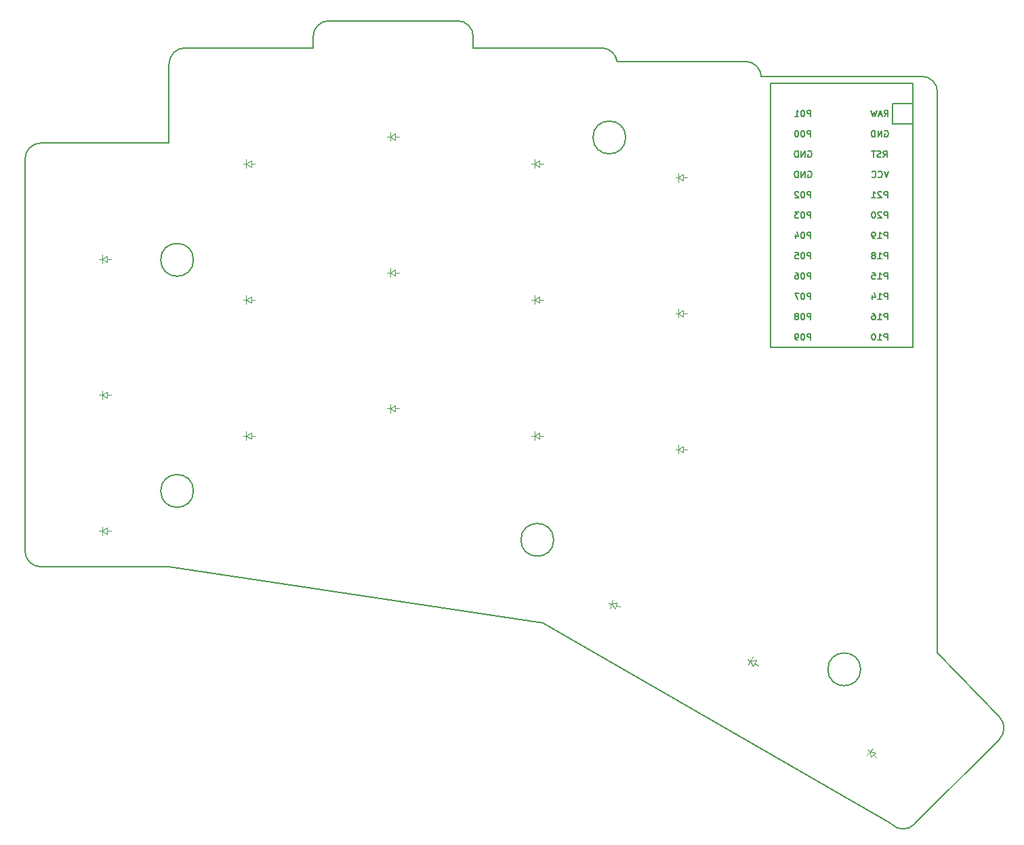
<source format=gbr>
G04 #@! TF.GenerationSoftware,KiCad,Pcbnew,5.1.5+dfsg1-2build2*
G04 #@! TF.CreationDate,2021-10-14T21:44:16+00:00*
G04 #@! TF.ProjectId,board,626f6172-642e-46b6-9963-61645f706362,VERSION_HERE*
G04 #@! TF.SameCoordinates,Original*
G04 #@! TF.FileFunction,Legend,Bot*
G04 #@! TF.FilePolarity,Positive*
%FSLAX46Y46*%
G04 Gerber Fmt 4.6, Leading zero omitted, Abs format (unit mm)*
G04 Created by KiCad (PCBNEW 5.1.5+dfsg1-2build2) date 2021-10-14 21:44:16*
%MOMM*%
%LPD*%
G04 APERTURE LIST*
G04 #@! TA.AperFunction,Profile*
%ADD10C,0.150000*%
G04 #@! TD*
%ADD11C,0.100000*%
%ADD12C,0.150000*%
G04 APERTURE END LIST*
D10*
X10000000Y-9500000D02*
X26000000Y-9500000D01*
X8000000Y-7500000D02*
X8000000Y41500000D01*
X10000000Y-9500000D02*
G75*
G02X8000000Y-7500000I0J2000000D01*
G01*
X26000000Y43500000D02*
X10000000Y43500000D01*
X8000000Y41500000D02*
G75*
G02X10000000Y43500000I2000000J0D01*
G01*
X44000000Y55400000D02*
X28000000Y55400000D01*
X26000000Y53400000D02*
G75*
G02X28000000Y55400000I2000000J0D01*
G01*
X26000000Y53400000D02*
X26000000Y43500000D01*
X64000000Y55400000D02*
X64000000Y56800000D01*
X62000000Y58800000D02*
G75*
G02X64000000Y56800000I0J-2000000D01*
G01*
X62000000Y58800000D02*
X46000000Y58800000D01*
X44000000Y56800000D02*
G75*
G02X46000000Y58800000I2000000J0D01*
G01*
X44000000Y56800000D02*
X44000000Y55400000D01*
X80000000Y55400000D02*
G75*
G02X81977391Y53699872I0J-2000000D01*
G01*
X80000000Y55400000D02*
X64000000Y55400000D01*
X98000000Y53700000D02*
G75*
G02X99994367Y51850000I0J-2000000D01*
G01*
X98000000Y53700000D02*
X82000000Y53700000D01*
X81977391Y53699872D02*
G75*
G02X82000000Y53700000I22609J-1999872D01*
G01*
X119117258Y-41686664D02*
G75*
G02X116288831Y-41686665I-1414214J1414213D01*
G01*
X119117258Y-41686665D02*
X129723860Y-31080063D01*
X129723859Y-28251636D02*
G75*
G02X129723860Y-31080063I-1414213J-1414214D01*
G01*
X122000000Y-20208734D02*
X129723860Y-28251636D01*
X116288831Y-41686665D02*
X72707107Y-16524745D01*
X72707107Y-16524745D02*
X26000000Y-9500000D01*
X122000000Y-20208734D02*
X122000000Y49850000D01*
X120000000Y51850000D02*
G75*
G02X122000000Y49850000I0J-2000000D01*
G01*
X120000000Y51850000D02*
X99994367Y51850000D01*
X29050000Y28900000D02*
G75*
G03X29050000Y28900000I-2050000J0D01*
G01*
X29050000Y0D02*
G75*
G03X29050000Y0I-2050000J0D01*
G01*
X83050000Y44200000D02*
G75*
G03X83050000Y44200000I-2050000J0D01*
G01*
X74050000Y-6120000D02*
G75*
G03X74050000Y-6120000I-2050000J0D01*
G01*
X112399134Y-22311939D02*
G75*
G03X112399134Y-22311939I-2050000J0D01*
G01*
D11*
G04 #@! TO.C,D1*
X18250000Y-5000000D02*
X18750000Y-5000000D01*
X18250000Y-5400000D02*
X17650000Y-5000000D01*
X18250000Y-4600000D02*
X18250000Y-5400000D01*
X17650000Y-5000000D02*
X18250000Y-4600000D01*
X17650000Y-5000000D02*
X17650000Y-5550000D01*
X17650000Y-5000000D02*
X17650000Y-4450000D01*
X17250000Y-5000000D02*
X17650000Y-5000000D01*
G04 #@! TO.C,D2*
X18250000Y12000000D02*
X18750000Y12000000D01*
X18250000Y11600000D02*
X17650000Y12000000D01*
X18250000Y12400000D02*
X18250000Y11600000D01*
X17650000Y12000000D02*
X18250000Y12400000D01*
X17650000Y12000000D02*
X17650000Y11450000D01*
X17650000Y12000000D02*
X17650000Y12550000D01*
X17250000Y12000000D02*
X17650000Y12000000D01*
G04 #@! TO.C,D3*
X18250000Y29000000D02*
X18750000Y29000000D01*
X18250000Y28600000D02*
X17650000Y29000000D01*
X18250000Y29400000D02*
X18250000Y28600000D01*
X17650000Y29000000D02*
X18250000Y29400000D01*
X17650000Y29000000D02*
X17650000Y28450000D01*
X17650000Y29000000D02*
X17650000Y29550000D01*
X17250000Y29000000D02*
X17650000Y29000000D01*
G04 #@! TO.C,D4*
X36250000Y6900000D02*
X36750000Y6900000D01*
X36250000Y6500000D02*
X35650000Y6900000D01*
X36250000Y7300000D02*
X36250000Y6500000D01*
X35650000Y6900000D02*
X36250000Y7300000D01*
X35650000Y6900000D02*
X35650000Y6350000D01*
X35650000Y6900000D02*
X35650000Y7450000D01*
X35250000Y6900000D02*
X35650000Y6900000D01*
G04 #@! TO.C,D5*
X36250000Y23900000D02*
X36750000Y23900000D01*
X36250000Y23500000D02*
X35650000Y23900000D01*
X36250000Y24300000D02*
X36250000Y23500000D01*
X35650000Y23900000D02*
X36250000Y24300000D01*
X35650000Y23900000D02*
X35650000Y23350000D01*
X35650000Y23900000D02*
X35650000Y24450000D01*
X35250000Y23900000D02*
X35650000Y23900000D01*
G04 #@! TO.C,D6*
X36250000Y40900000D02*
X36750000Y40900000D01*
X36250000Y40500000D02*
X35650000Y40900000D01*
X36250000Y41300000D02*
X36250000Y40500000D01*
X35650000Y40900000D02*
X36250000Y41300000D01*
X35650000Y40900000D02*
X35650000Y40350000D01*
X35650000Y40900000D02*
X35650000Y41450000D01*
X35250000Y40900000D02*
X35650000Y40900000D01*
G04 #@! TO.C,D7*
X54250000Y10300000D02*
X54750000Y10300000D01*
X54250000Y9900000D02*
X53650000Y10300000D01*
X54250000Y10700000D02*
X54250000Y9900000D01*
X53650000Y10300000D02*
X54250000Y10700000D01*
X53650000Y10300000D02*
X53650000Y9750000D01*
X53650000Y10300000D02*
X53650000Y10850000D01*
X53250000Y10300000D02*
X53650000Y10300000D01*
G04 #@! TO.C,D8*
X54250000Y27300000D02*
X54750000Y27300000D01*
X54250000Y26900000D02*
X53650000Y27300000D01*
X54250000Y27700000D02*
X54250000Y26900000D01*
X53650000Y27300000D02*
X54250000Y27700000D01*
X53650000Y27300000D02*
X53650000Y26750000D01*
X53650000Y27300000D02*
X53650000Y27850000D01*
X53250000Y27300000D02*
X53650000Y27300000D01*
G04 #@! TO.C,D9*
X54250000Y44300000D02*
X54750000Y44300000D01*
X54250000Y43900000D02*
X53650000Y44300000D01*
X54250000Y44700000D02*
X54250000Y43900000D01*
X53650000Y44300000D02*
X54250000Y44700000D01*
X53650000Y44300000D02*
X53650000Y43750000D01*
X53650000Y44300000D02*
X53650000Y44850000D01*
X53250000Y44300000D02*
X53650000Y44300000D01*
G04 #@! TO.C,D10*
X72250000Y6900000D02*
X72750000Y6900000D01*
X72250000Y6500000D02*
X71650000Y6900000D01*
X72250000Y7300000D02*
X72250000Y6500000D01*
X71650000Y6900000D02*
X72250000Y7300000D01*
X71650000Y6900000D02*
X71650000Y6350000D01*
X71650000Y6900000D02*
X71650000Y7450000D01*
X71250000Y6900000D02*
X71650000Y6900000D01*
G04 #@! TO.C,D11*
X72250000Y23900000D02*
X72750000Y23900000D01*
X72250000Y23500000D02*
X71650000Y23900000D01*
X72250000Y24300000D02*
X72250000Y23500000D01*
X71650000Y23900000D02*
X72250000Y24300000D01*
X71650000Y23900000D02*
X71650000Y23350000D01*
X71650000Y23900000D02*
X71650000Y24450000D01*
X71250000Y23900000D02*
X71650000Y23900000D01*
G04 #@! TO.C,D12*
X72250000Y40900000D02*
X72750000Y40900000D01*
X72250000Y40500000D02*
X71650000Y40900000D01*
X72250000Y41300000D02*
X72250000Y40500000D01*
X71650000Y40900000D02*
X72250000Y41300000D01*
X71650000Y40900000D02*
X71650000Y40350000D01*
X71650000Y40900000D02*
X71650000Y41450000D01*
X71250000Y40900000D02*
X71650000Y40900000D01*
G04 #@! TO.C,D13*
X90250000Y5200000D02*
X90750000Y5200000D01*
X90250000Y4800000D02*
X89650000Y5200000D01*
X90250000Y5600000D02*
X90250000Y4800000D01*
X89650000Y5200000D02*
X90250000Y5600000D01*
X89650000Y5200000D02*
X89650000Y4650000D01*
X89650000Y5200000D02*
X89650000Y5750000D01*
X89250000Y5200000D02*
X89650000Y5200000D01*
G04 #@! TO.C,D14*
X90250000Y22200000D02*
X90750000Y22200000D01*
X90250000Y21800000D02*
X89650000Y22200000D01*
X90250000Y22600000D02*
X90250000Y21800000D01*
X89650000Y22200000D02*
X90250000Y22600000D01*
X89650000Y22200000D02*
X89650000Y21650000D01*
X89650000Y22200000D02*
X89650000Y22750000D01*
X89250000Y22200000D02*
X89650000Y22200000D01*
G04 #@! TO.C,D15*
X90250000Y39200000D02*
X90750000Y39200000D01*
X90250000Y38800000D02*
X89650000Y39200000D01*
X90250000Y39600000D02*
X90250000Y38800000D01*
X89650000Y39200000D02*
X90250000Y39600000D01*
X89650000Y39200000D02*
X89650000Y38650000D01*
X89650000Y39200000D02*
X89650000Y39750000D01*
X89250000Y39200000D02*
X89650000Y39200000D01*
G04 #@! TO.C,D16*
X81840681Y-14313305D02*
X82323644Y-14442714D01*
X81737154Y-14699675D02*
X81261126Y-14158013D01*
X81944209Y-13926934D02*
X81737154Y-14699675D01*
X81261126Y-14158013D02*
X81944209Y-13926934D01*
X81261126Y-14158013D02*
X81118775Y-14689273D01*
X81261126Y-14158013D02*
X81403476Y-13626754D01*
X80874756Y-14054486D02*
X81261126Y-14158013D01*
G04 #@! TO.C,D17*
X99147406Y-21552700D02*
X99580419Y-21802700D01*
X98947406Y-21899110D02*
X98627791Y-21252700D01*
X99347406Y-21206290D02*
X98947406Y-21899110D01*
X98627791Y-21252700D02*
X99347406Y-21206290D01*
X98627791Y-21252700D02*
X98352791Y-21729014D01*
X98627791Y-21252700D02*
X98902791Y-20776386D01*
X98281381Y-21052700D02*
X98627791Y-21252700D01*
G04 #@! TO.C,D18*
X113990777Y-33024577D02*
X114344330Y-33378130D01*
X113707934Y-33307419D02*
X113566513Y-32600313D01*
X114273619Y-32741734D02*
X113707934Y-33307419D01*
X113566513Y-32600313D02*
X114273619Y-32741734D01*
X113566513Y-32600313D02*
X113177604Y-32989221D01*
X113566513Y-32600313D02*
X113955421Y-32211404D01*
X113283670Y-32317470D02*
X113566513Y-32600313D01*
D12*
G04 #@! TO.C,MCU1*
X101110000Y50980000D02*
X101110000Y17960000D01*
X101110000Y17960000D02*
X118890000Y17960000D01*
X118890000Y17960000D02*
X118890000Y50980000D01*
X118890000Y50980000D02*
X101110000Y50980000D01*
X116350000Y48440000D02*
X116350000Y45900000D01*
X116350000Y48440000D02*
X118890000Y48440000D01*
X116350000Y45900000D02*
X118890000Y45900000D01*
G04 #@! TD*
G04 #@! TO.C,MCU1*
X115352380Y46808095D02*
X115619047Y47189047D01*
X115809523Y46808095D02*
X115809523Y47608095D01*
X115504761Y47608095D01*
X115428571Y47570000D01*
X115390476Y47531904D01*
X115352380Y47455714D01*
X115352380Y47341428D01*
X115390476Y47265238D01*
X115428571Y47227142D01*
X115504761Y47189047D01*
X115809523Y47189047D01*
X115047619Y47036666D02*
X114666666Y47036666D01*
X115123809Y46808095D02*
X114857142Y47608095D01*
X114590476Y46808095D01*
X114400000Y47608095D02*
X114209523Y46808095D01*
X114057142Y47379523D01*
X113904761Y46808095D01*
X113714285Y47608095D01*
X115409523Y45030000D02*
X115485714Y45068095D01*
X115600000Y45068095D01*
X115714285Y45030000D01*
X115790476Y44953809D01*
X115828571Y44877619D01*
X115866666Y44725238D01*
X115866666Y44610952D01*
X115828571Y44458571D01*
X115790476Y44382380D01*
X115714285Y44306190D01*
X115600000Y44268095D01*
X115523809Y44268095D01*
X115409523Y44306190D01*
X115371428Y44344285D01*
X115371428Y44610952D01*
X115523809Y44610952D01*
X115028571Y44268095D02*
X115028571Y45068095D01*
X114571428Y44268095D01*
X114571428Y45068095D01*
X114190476Y44268095D02*
X114190476Y45068095D01*
X114000000Y45068095D01*
X113885714Y45030000D01*
X113809523Y44953809D01*
X113771428Y44877619D01*
X113733333Y44725238D01*
X113733333Y44610952D01*
X113771428Y44458571D01*
X113809523Y44382380D01*
X113885714Y44306190D01*
X114000000Y44268095D01*
X114190476Y44268095D01*
X115238095Y41728095D02*
X115504761Y42109047D01*
X115695238Y41728095D02*
X115695238Y42528095D01*
X115390476Y42528095D01*
X115314285Y42490000D01*
X115276190Y42451904D01*
X115238095Y42375714D01*
X115238095Y42261428D01*
X115276190Y42185238D01*
X115314285Y42147142D01*
X115390476Y42109047D01*
X115695238Y42109047D01*
X114933333Y41766190D02*
X114819047Y41728095D01*
X114628571Y41728095D01*
X114552380Y41766190D01*
X114514285Y41804285D01*
X114476190Y41880476D01*
X114476190Y41956666D01*
X114514285Y42032857D01*
X114552380Y42070952D01*
X114628571Y42109047D01*
X114780952Y42147142D01*
X114857142Y42185238D01*
X114895238Y42223333D01*
X114933333Y42299523D01*
X114933333Y42375714D01*
X114895238Y42451904D01*
X114857142Y42490000D01*
X114780952Y42528095D01*
X114590476Y42528095D01*
X114476190Y42490000D01*
X114247619Y42528095D02*
X113790476Y42528095D01*
X114019047Y41728095D02*
X114019047Y42528095D01*
X115866666Y39988095D02*
X115600000Y39188095D01*
X115333333Y39988095D01*
X114609523Y39264285D02*
X114647619Y39226190D01*
X114761904Y39188095D01*
X114838095Y39188095D01*
X114952380Y39226190D01*
X115028571Y39302380D01*
X115066666Y39378571D01*
X115104761Y39530952D01*
X115104761Y39645238D01*
X115066666Y39797619D01*
X115028571Y39873809D01*
X114952380Y39950000D01*
X114838095Y39988095D01*
X114761904Y39988095D01*
X114647619Y39950000D01*
X114609523Y39911904D01*
X113809523Y39264285D02*
X113847619Y39226190D01*
X113961904Y39188095D01*
X114038095Y39188095D01*
X114152380Y39226190D01*
X114228571Y39302380D01*
X114266666Y39378571D01*
X114304761Y39530952D01*
X114304761Y39645238D01*
X114266666Y39797619D01*
X114228571Y39873809D01*
X114152380Y39950000D01*
X114038095Y39988095D01*
X113961904Y39988095D01*
X113847619Y39950000D01*
X113809523Y39911904D01*
X115771428Y36648095D02*
X115771428Y37448095D01*
X115466666Y37448095D01*
X115390476Y37410000D01*
X115352380Y37371904D01*
X115314285Y37295714D01*
X115314285Y37181428D01*
X115352380Y37105238D01*
X115390476Y37067142D01*
X115466666Y37029047D01*
X115771428Y37029047D01*
X115009523Y37371904D02*
X114971428Y37410000D01*
X114895238Y37448095D01*
X114704761Y37448095D01*
X114628571Y37410000D01*
X114590476Y37371904D01*
X114552380Y37295714D01*
X114552380Y37219523D01*
X114590476Y37105238D01*
X115047619Y36648095D01*
X114552380Y36648095D01*
X113790476Y36648095D02*
X114247619Y36648095D01*
X114019047Y36648095D02*
X114019047Y37448095D01*
X114095238Y37333809D01*
X114171428Y37257619D01*
X114247619Y37219523D01*
X115771428Y34108095D02*
X115771428Y34908095D01*
X115466666Y34908095D01*
X115390476Y34870000D01*
X115352380Y34831904D01*
X115314285Y34755714D01*
X115314285Y34641428D01*
X115352380Y34565238D01*
X115390476Y34527142D01*
X115466666Y34489047D01*
X115771428Y34489047D01*
X115009523Y34831904D02*
X114971428Y34870000D01*
X114895238Y34908095D01*
X114704761Y34908095D01*
X114628571Y34870000D01*
X114590476Y34831904D01*
X114552380Y34755714D01*
X114552380Y34679523D01*
X114590476Y34565238D01*
X115047619Y34108095D01*
X114552380Y34108095D01*
X114057142Y34908095D02*
X113980952Y34908095D01*
X113904761Y34870000D01*
X113866666Y34831904D01*
X113828571Y34755714D01*
X113790476Y34603333D01*
X113790476Y34412857D01*
X113828571Y34260476D01*
X113866666Y34184285D01*
X113904761Y34146190D01*
X113980952Y34108095D01*
X114057142Y34108095D01*
X114133333Y34146190D01*
X114171428Y34184285D01*
X114209523Y34260476D01*
X114247619Y34412857D01*
X114247619Y34603333D01*
X114209523Y34755714D01*
X114171428Y34831904D01*
X114133333Y34870000D01*
X114057142Y34908095D01*
X115771428Y31568095D02*
X115771428Y32368095D01*
X115466666Y32368095D01*
X115390476Y32330000D01*
X115352380Y32291904D01*
X115314285Y32215714D01*
X115314285Y32101428D01*
X115352380Y32025238D01*
X115390476Y31987142D01*
X115466666Y31949047D01*
X115771428Y31949047D01*
X114552380Y31568095D02*
X115009523Y31568095D01*
X114780952Y31568095D02*
X114780952Y32368095D01*
X114857142Y32253809D01*
X114933333Y32177619D01*
X115009523Y32139523D01*
X114171428Y31568095D02*
X114019047Y31568095D01*
X113942857Y31606190D01*
X113904761Y31644285D01*
X113828571Y31758571D01*
X113790476Y31910952D01*
X113790476Y32215714D01*
X113828571Y32291904D01*
X113866666Y32330000D01*
X113942857Y32368095D01*
X114095238Y32368095D01*
X114171428Y32330000D01*
X114209523Y32291904D01*
X114247619Y32215714D01*
X114247619Y32025238D01*
X114209523Y31949047D01*
X114171428Y31910952D01*
X114095238Y31872857D01*
X113942857Y31872857D01*
X113866666Y31910952D01*
X113828571Y31949047D01*
X113790476Y32025238D01*
X115771428Y29028095D02*
X115771428Y29828095D01*
X115466666Y29828095D01*
X115390476Y29790000D01*
X115352380Y29751904D01*
X115314285Y29675714D01*
X115314285Y29561428D01*
X115352380Y29485238D01*
X115390476Y29447142D01*
X115466666Y29409047D01*
X115771428Y29409047D01*
X114552380Y29028095D02*
X115009523Y29028095D01*
X114780952Y29028095D02*
X114780952Y29828095D01*
X114857142Y29713809D01*
X114933333Y29637619D01*
X115009523Y29599523D01*
X114095238Y29485238D02*
X114171428Y29523333D01*
X114209523Y29561428D01*
X114247619Y29637619D01*
X114247619Y29675714D01*
X114209523Y29751904D01*
X114171428Y29790000D01*
X114095238Y29828095D01*
X113942857Y29828095D01*
X113866666Y29790000D01*
X113828571Y29751904D01*
X113790476Y29675714D01*
X113790476Y29637619D01*
X113828571Y29561428D01*
X113866666Y29523333D01*
X113942857Y29485238D01*
X114095238Y29485238D01*
X114171428Y29447142D01*
X114209523Y29409047D01*
X114247619Y29332857D01*
X114247619Y29180476D01*
X114209523Y29104285D01*
X114171428Y29066190D01*
X114095238Y29028095D01*
X113942857Y29028095D01*
X113866666Y29066190D01*
X113828571Y29104285D01*
X113790476Y29180476D01*
X113790476Y29332857D01*
X113828571Y29409047D01*
X113866666Y29447142D01*
X113942857Y29485238D01*
X115771428Y26488095D02*
X115771428Y27288095D01*
X115466666Y27288095D01*
X115390476Y27250000D01*
X115352380Y27211904D01*
X115314285Y27135714D01*
X115314285Y27021428D01*
X115352380Y26945238D01*
X115390476Y26907142D01*
X115466666Y26869047D01*
X115771428Y26869047D01*
X114552380Y26488095D02*
X115009523Y26488095D01*
X114780952Y26488095D02*
X114780952Y27288095D01*
X114857142Y27173809D01*
X114933333Y27097619D01*
X115009523Y27059523D01*
X113828571Y27288095D02*
X114209523Y27288095D01*
X114247619Y26907142D01*
X114209523Y26945238D01*
X114133333Y26983333D01*
X113942857Y26983333D01*
X113866666Y26945238D01*
X113828571Y26907142D01*
X113790476Y26830952D01*
X113790476Y26640476D01*
X113828571Y26564285D01*
X113866666Y26526190D01*
X113942857Y26488095D01*
X114133333Y26488095D01*
X114209523Y26526190D01*
X114247619Y26564285D01*
X115771428Y23948095D02*
X115771428Y24748095D01*
X115466666Y24748095D01*
X115390476Y24710000D01*
X115352380Y24671904D01*
X115314285Y24595714D01*
X115314285Y24481428D01*
X115352380Y24405238D01*
X115390476Y24367142D01*
X115466666Y24329047D01*
X115771428Y24329047D01*
X114552380Y23948095D02*
X115009523Y23948095D01*
X114780952Y23948095D02*
X114780952Y24748095D01*
X114857142Y24633809D01*
X114933333Y24557619D01*
X115009523Y24519523D01*
X113866666Y24481428D02*
X113866666Y23948095D01*
X114057142Y24786190D02*
X114247619Y24214761D01*
X113752380Y24214761D01*
X115771428Y21408095D02*
X115771428Y22208095D01*
X115466666Y22208095D01*
X115390476Y22170000D01*
X115352380Y22131904D01*
X115314285Y22055714D01*
X115314285Y21941428D01*
X115352380Y21865238D01*
X115390476Y21827142D01*
X115466666Y21789047D01*
X115771428Y21789047D01*
X114552380Y21408095D02*
X115009523Y21408095D01*
X114780952Y21408095D02*
X114780952Y22208095D01*
X114857142Y22093809D01*
X114933333Y22017619D01*
X115009523Y21979523D01*
X113866666Y22208095D02*
X114019047Y22208095D01*
X114095238Y22170000D01*
X114133333Y22131904D01*
X114209523Y22017619D01*
X114247619Y21865238D01*
X114247619Y21560476D01*
X114209523Y21484285D01*
X114171428Y21446190D01*
X114095238Y21408095D01*
X113942857Y21408095D01*
X113866666Y21446190D01*
X113828571Y21484285D01*
X113790476Y21560476D01*
X113790476Y21750952D01*
X113828571Y21827142D01*
X113866666Y21865238D01*
X113942857Y21903333D01*
X114095238Y21903333D01*
X114171428Y21865238D01*
X114209523Y21827142D01*
X114247619Y21750952D01*
X115771428Y18868095D02*
X115771428Y19668095D01*
X115466666Y19668095D01*
X115390476Y19630000D01*
X115352380Y19591904D01*
X115314285Y19515714D01*
X115314285Y19401428D01*
X115352380Y19325238D01*
X115390476Y19287142D01*
X115466666Y19249047D01*
X115771428Y19249047D01*
X114552380Y18868095D02*
X115009523Y18868095D01*
X114780952Y18868095D02*
X114780952Y19668095D01*
X114857142Y19553809D01*
X114933333Y19477619D01*
X115009523Y19439523D01*
X114057142Y19668095D02*
X113980952Y19668095D01*
X113904761Y19630000D01*
X113866666Y19591904D01*
X113828571Y19515714D01*
X113790476Y19363333D01*
X113790476Y19172857D01*
X113828571Y19020476D01*
X113866666Y18944285D01*
X113904761Y18906190D01*
X113980952Y18868095D01*
X114057142Y18868095D01*
X114133333Y18906190D01*
X114171428Y18944285D01*
X114209523Y19020476D01*
X114247619Y19172857D01*
X114247619Y19363333D01*
X114209523Y19515714D01*
X114171428Y19591904D01*
X114133333Y19630000D01*
X114057142Y19668095D01*
X106171428Y46808095D02*
X106171428Y47608095D01*
X105866666Y47608095D01*
X105790476Y47570000D01*
X105752380Y47531904D01*
X105714285Y47455714D01*
X105714285Y47341428D01*
X105752380Y47265238D01*
X105790476Y47227142D01*
X105866666Y47189047D01*
X106171428Y47189047D01*
X105219047Y47608095D02*
X105142857Y47608095D01*
X105066666Y47570000D01*
X105028571Y47531904D01*
X104990476Y47455714D01*
X104952380Y47303333D01*
X104952380Y47112857D01*
X104990476Y46960476D01*
X105028571Y46884285D01*
X105066666Y46846190D01*
X105142857Y46808095D01*
X105219047Y46808095D01*
X105295238Y46846190D01*
X105333333Y46884285D01*
X105371428Y46960476D01*
X105409523Y47112857D01*
X105409523Y47303333D01*
X105371428Y47455714D01*
X105333333Y47531904D01*
X105295238Y47570000D01*
X105219047Y47608095D01*
X104190476Y46808095D02*
X104647619Y46808095D01*
X104419047Y46808095D02*
X104419047Y47608095D01*
X104495238Y47493809D01*
X104571428Y47417619D01*
X104647619Y47379523D01*
X106171428Y44268095D02*
X106171428Y45068095D01*
X105866666Y45068095D01*
X105790476Y45030000D01*
X105752380Y44991904D01*
X105714285Y44915714D01*
X105714285Y44801428D01*
X105752380Y44725238D01*
X105790476Y44687142D01*
X105866666Y44649047D01*
X106171428Y44649047D01*
X105219047Y45068095D02*
X105142857Y45068095D01*
X105066666Y45030000D01*
X105028571Y44991904D01*
X104990476Y44915714D01*
X104952380Y44763333D01*
X104952380Y44572857D01*
X104990476Y44420476D01*
X105028571Y44344285D01*
X105066666Y44306190D01*
X105142857Y44268095D01*
X105219047Y44268095D01*
X105295238Y44306190D01*
X105333333Y44344285D01*
X105371428Y44420476D01*
X105409523Y44572857D01*
X105409523Y44763333D01*
X105371428Y44915714D01*
X105333333Y44991904D01*
X105295238Y45030000D01*
X105219047Y45068095D01*
X104457142Y45068095D02*
X104380952Y45068095D01*
X104304761Y45030000D01*
X104266666Y44991904D01*
X104228571Y44915714D01*
X104190476Y44763333D01*
X104190476Y44572857D01*
X104228571Y44420476D01*
X104266666Y44344285D01*
X104304761Y44306190D01*
X104380952Y44268095D01*
X104457142Y44268095D01*
X104533333Y44306190D01*
X104571428Y44344285D01*
X104609523Y44420476D01*
X104647619Y44572857D01*
X104647619Y44763333D01*
X104609523Y44915714D01*
X104571428Y44991904D01*
X104533333Y45030000D01*
X104457142Y45068095D01*
X105809523Y42490000D02*
X105885714Y42528095D01*
X106000000Y42528095D01*
X106114285Y42490000D01*
X106190476Y42413809D01*
X106228571Y42337619D01*
X106266666Y42185238D01*
X106266666Y42070952D01*
X106228571Y41918571D01*
X106190476Y41842380D01*
X106114285Y41766190D01*
X106000000Y41728095D01*
X105923809Y41728095D01*
X105809523Y41766190D01*
X105771428Y41804285D01*
X105771428Y42070952D01*
X105923809Y42070952D01*
X105428571Y41728095D02*
X105428571Y42528095D01*
X104971428Y41728095D01*
X104971428Y42528095D01*
X104590476Y41728095D02*
X104590476Y42528095D01*
X104400000Y42528095D01*
X104285714Y42490000D01*
X104209523Y42413809D01*
X104171428Y42337619D01*
X104133333Y42185238D01*
X104133333Y42070952D01*
X104171428Y41918571D01*
X104209523Y41842380D01*
X104285714Y41766190D01*
X104400000Y41728095D01*
X104590476Y41728095D01*
X105809523Y39950000D02*
X105885714Y39988095D01*
X106000000Y39988095D01*
X106114285Y39950000D01*
X106190476Y39873809D01*
X106228571Y39797619D01*
X106266666Y39645238D01*
X106266666Y39530952D01*
X106228571Y39378571D01*
X106190476Y39302380D01*
X106114285Y39226190D01*
X106000000Y39188095D01*
X105923809Y39188095D01*
X105809523Y39226190D01*
X105771428Y39264285D01*
X105771428Y39530952D01*
X105923809Y39530952D01*
X105428571Y39188095D02*
X105428571Y39988095D01*
X104971428Y39188095D01*
X104971428Y39988095D01*
X104590476Y39188095D02*
X104590476Y39988095D01*
X104400000Y39988095D01*
X104285714Y39950000D01*
X104209523Y39873809D01*
X104171428Y39797619D01*
X104133333Y39645238D01*
X104133333Y39530952D01*
X104171428Y39378571D01*
X104209523Y39302380D01*
X104285714Y39226190D01*
X104400000Y39188095D01*
X104590476Y39188095D01*
X106171428Y36648095D02*
X106171428Y37448095D01*
X105866666Y37448095D01*
X105790476Y37410000D01*
X105752380Y37371904D01*
X105714285Y37295714D01*
X105714285Y37181428D01*
X105752380Y37105238D01*
X105790476Y37067142D01*
X105866666Y37029047D01*
X106171428Y37029047D01*
X105219047Y37448095D02*
X105142857Y37448095D01*
X105066666Y37410000D01*
X105028571Y37371904D01*
X104990476Y37295714D01*
X104952380Y37143333D01*
X104952380Y36952857D01*
X104990476Y36800476D01*
X105028571Y36724285D01*
X105066666Y36686190D01*
X105142857Y36648095D01*
X105219047Y36648095D01*
X105295238Y36686190D01*
X105333333Y36724285D01*
X105371428Y36800476D01*
X105409523Y36952857D01*
X105409523Y37143333D01*
X105371428Y37295714D01*
X105333333Y37371904D01*
X105295238Y37410000D01*
X105219047Y37448095D01*
X104647619Y37371904D02*
X104609523Y37410000D01*
X104533333Y37448095D01*
X104342857Y37448095D01*
X104266666Y37410000D01*
X104228571Y37371904D01*
X104190476Y37295714D01*
X104190476Y37219523D01*
X104228571Y37105238D01*
X104685714Y36648095D01*
X104190476Y36648095D01*
X106171428Y34108095D02*
X106171428Y34908095D01*
X105866666Y34908095D01*
X105790476Y34870000D01*
X105752380Y34831904D01*
X105714285Y34755714D01*
X105714285Y34641428D01*
X105752380Y34565238D01*
X105790476Y34527142D01*
X105866666Y34489047D01*
X106171428Y34489047D01*
X105219047Y34908095D02*
X105142857Y34908095D01*
X105066666Y34870000D01*
X105028571Y34831904D01*
X104990476Y34755714D01*
X104952380Y34603333D01*
X104952380Y34412857D01*
X104990476Y34260476D01*
X105028571Y34184285D01*
X105066666Y34146190D01*
X105142857Y34108095D01*
X105219047Y34108095D01*
X105295238Y34146190D01*
X105333333Y34184285D01*
X105371428Y34260476D01*
X105409523Y34412857D01*
X105409523Y34603333D01*
X105371428Y34755714D01*
X105333333Y34831904D01*
X105295238Y34870000D01*
X105219047Y34908095D01*
X104685714Y34908095D02*
X104190476Y34908095D01*
X104457142Y34603333D01*
X104342857Y34603333D01*
X104266666Y34565238D01*
X104228571Y34527142D01*
X104190476Y34450952D01*
X104190476Y34260476D01*
X104228571Y34184285D01*
X104266666Y34146190D01*
X104342857Y34108095D01*
X104571428Y34108095D01*
X104647619Y34146190D01*
X104685714Y34184285D01*
X106171428Y31568095D02*
X106171428Y32368095D01*
X105866666Y32368095D01*
X105790476Y32330000D01*
X105752380Y32291904D01*
X105714285Y32215714D01*
X105714285Y32101428D01*
X105752380Y32025238D01*
X105790476Y31987142D01*
X105866666Y31949047D01*
X106171428Y31949047D01*
X105219047Y32368095D02*
X105142857Y32368095D01*
X105066666Y32330000D01*
X105028571Y32291904D01*
X104990476Y32215714D01*
X104952380Y32063333D01*
X104952380Y31872857D01*
X104990476Y31720476D01*
X105028571Y31644285D01*
X105066666Y31606190D01*
X105142857Y31568095D01*
X105219047Y31568095D01*
X105295238Y31606190D01*
X105333333Y31644285D01*
X105371428Y31720476D01*
X105409523Y31872857D01*
X105409523Y32063333D01*
X105371428Y32215714D01*
X105333333Y32291904D01*
X105295238Y32330000D01*
X105219047Y32368095D01*
X104266666Y32101428D02*
X104266666Y31568095D01*
X104457142Y32406190D02*
X104647619Y31834761D01*
X104152380Y31834761D01*
X106171428Y29028095D02*
X106171428Y29828095D01*
X105866666Y29828095D01*
X105790476Y29790000D01*
X105752380Y29751904D01*
X105714285Y29675714D01*
X105714285Y29561428D01*
X105752380Y29485238D01*
X105790476Y29447142D01*
X105866666Y29409047D01*
X106171428Y29409047D01*
X105219047Y29828095D02*
X105142857Y29828095D01*
X105066666Y29790000D01*
X105028571Y29751904D01*
X104990476Y29675714D01*
X104952380Y29523333D01*
X104952380Y29332857D01*
X104990476Y29180476D01*
X105028571Y29104285D01*
X105066666Y29066190D01*
X105142857Y29028095D01*
X105219047Y29028095D01*
X105295238Y29066190D01*
X105333333Y29104285D01*
X105371428Y29180476D01*
X105409523Y29332857D01*
X105409523Y29523333D01*
X105371428Y29675714D01*
X105333333Y29751904D01*
X105295238Y29790000D01*
X105219047Y29828095D01*
X104228571Y29828095D02*
X104609523Y29828095D01*
X104647619Y29447142D01*
X104609523Y29485238D01*
X104533333Y29523333D01*
X104342857Y29523333D01*
X104266666Y29485238D01*
X104228571Y29447142D01*
X104190476Y29370952D01*
X104190476Y29180476D01*
X104228571Y29104285D01*
X104266666Y29066190D01*
X104342857Y29028095D01*
X104533333Y29028095D01*
X104609523Y29066190D01*
X104647619Y29104285D01*
X106171428Y26488095D02*
X106171428Y27288095D01*
X105866666Y27288095D01*
X105790476Y27250000D01*
X105752380Y27211904D01*
X105714285Y27135714D01*
X105714285Y27021428D01*
X105752380Y26945238D01*
X105790476Y26907142D01*
X105866666Y26869047D01*
X106171428Y26869047D01*
X105219047Y27288095D02*
X105142857Y27288095D01*
X105066666Y27250000D01*
X105028571Y27211904D01*
X104990476Y27135714D01*
X104952380Y26983333D01*
X104952380Y26792857D01*
X104990476Y26640476D01*
X105028571Y26564285D01*
X105066666Y26526190D01*
X105142857Y26488095D01*
X105219047Y26488095D01*
X105295238Y26526190D01*
X105333333Y26564285D01*
X105371428Y26640476D01*
X105409523Y26792857D01*
X105409523Y26983333D01*
X105371428Y27135714D01*
X105333333Y27211904D01*
X105295238Y27250000D01*
X105219047Y27288095D01*
X104266666Y27288095D02*
X104419047Y27288095D01*
X104495238Y27250000D01*
X104533333Y27211904D01*
X104609523Y27097619D01*
X104647619Y26945238D01*
X104647619Y26640476D01*
X104609523Y26564285D01*
X104571428Y26526190D01*
X104495238Y26488095D01*
X104342857Y26488095D01*
X104266666Y26526190D01*
X104228571Y26564285D01*
X104190476Y26640476D01*
X104190476Y26830952D01*
X104228571Y26907142D01*
X104266666Y26945238D01*
X104342857Y26983333D01*
X104495238Y26983333D01*
X104571428Y26945238D01*
X104609523Y26907142D01*
X104647619Y26830952D01*
X106171428Y23948095D02*
X106171428Y24748095D01*
X105866666Y24748095D01*
X105790476Y24710000D01*
X105752380Y24671904D01*
X105714285Y24595714D01*
X105714285Y24481428D01*
X105752380Y24405238D01*
X105790476Y24367142D01*
X105866666Y24329047D01*
X106171428Y24329047D01*
X105219047Y24748095D02*
X105142857Y24748095D01*
X105066666Y24710000D01*
X105028571Y24671904D01*
X104990476Y24595714D01*
X104952380Y24443333D01*
X104952380Y24252857D01*
X104990476Y24100476D01*
X105028571Y24024285D01*
X105066666Y23986190D01*
X105142857Y23948095D01*
X105219047Y23948095D01*
X105295238Y23986190D01*
X105333333Y24024285D01*
X105371428Y24100476D01*
X105409523Y24252857D01*
X105409523Y24443333D01*
X105371428Y24595714D01*
X105333333Y24671904D01*
X105295238Y24710000D01*
X105219047Y24748095D01*
X104685714Y24748095D02*
X104152380Y24748095D01*
X104495238Y23948095D01*
X106171428Y21408095D02*
X106171428Y22208095D01*
X105866666Y22208095D01*
X105790476Y22170000D01*
X105752380Y22131904D01*
X105714285Y22055714D01*
X105714285Y21941428D01*
X105752380Y21865238D01*
X105790476Y21827142D01*
X105866666Y21789047D01*
X106171428Y21789047D01*
X105219047Y22208095D02*
X105142857Y22208095D01*
X105066666Y22170000D01*
X105028571Y22131904D01*
X104990476Y22055714D01*
X104952380Y21903333D01*
X104952380Y21712857D01*
X104990476Y21560476D01*
X105028571Y21484285D01*
X105066666Y21446190D01*
X105142857Y21408095D01*
X105219047Y21408095D01*
X105295238Y21446190D01*
X105333333Y21484285D01*
X105371428Y21560476D01*
X105409523Y21712857D01*
X105409523Y21903333D01*
X105371428Y22055714D01*
X105333333Y22131904D01*
X105295238Y22170000D01*
X105219047Y22208095D01*
X104495238Y21865238D02*
X104571428Y21903333D01*
X104609523Y21941428D01*
X104647619Y22017619D01*
X104647619Y22055714D01*
X104609523Y22131904D01*
X104571428Y22170000D01*
X104495238Y22208095D01*
X104342857Y22208095D01*
X104266666Y22170000D01*
X104228571Y22131904D01*
X104190476Y22055714D01*
X104190476Y22017619D01*
X104228571Y21941428D01*
X104266666Y21903333D01*
X104342857Y21865238D01*
X104495238Y21865238D01*
X104571428Y21827142D01*
X104609523Y21789047D01*
X104647619Y21712857D01*
X104647619Y21560476D01*
X104609523Y21484285D01*
X104571428Y21446190D01*
X104495238Y21408095D01*
X104342857Y21408095D01*
X104266666Y21446190D01*
X104228571Y21484285D01*
X104190476Y21560476D01*
X104190476Y21712857D01*
X104228571Y21789047D01*
X104266666Y21827142D01*
X104342857Y21865238D01*
X106171428Y18868095D02*
X106171428Y19668095D01*
X105866666Y19668095D01*
X105790476Y19630000D01*
X105752380Y19591904D01*
X105714285Y19515714D01*
X105714285Y19401428D01*
X105752380Y19325238D01*
X105790476Y19287142D01*
X105866666Y19249047D01*
X106171428Y19249047D01*
X105219047Y19668095D02*
X105142857Y19668095D01*
X105066666Y19630000D01*
X105028571Y19591904D01*
X104990476Y19515714D01*
X104952380Y19363333D01*
X104952380Y19172857D01*
X104990476Y19020476D01*
X105028571Y18944285D01*
X105066666Y18906190D01*
X105142857Y18868095D01*
X105219047Y18868095D01*
X105295238Y18906190D01*
X105333333Y18944285D01*
X105371428Y19020476D01*
X105409523Y19172857D01*
X105409523Y19363333D01*
X105371428Y19515714D01*
X105333333Y19591904D01*
X105295238Y19630000D01*
X105219047Y19668095D01*
X104571428Y18868095D02*
X104419047Y18868095D01*
X104342857Y18906190D01*
X104304761Y18944285D01*
X104228571Y19058571D01*
X104190476Y19210952D01*
X104190476Y19515714D01*
X104228571Y19591904D01*
X104266666Y19630000D01*
X104342857Y19668095D01*
X104495238Y19668095D01*
X104571428Y19630000D01*
X104609523Y19591904D01*
X104647619Y19515714D01*
X104647619Y19325238D01*
X104609523Y19249047D01*
X104571428Y19210952D01*
X104495238Y19172857D01*
X104342857Y19172857D01*
X104266666Y19210952D01*
X104228571Y19249047D01*
X104190476Y19325238D01*
G04 #@! TD*
M02*

</source>
